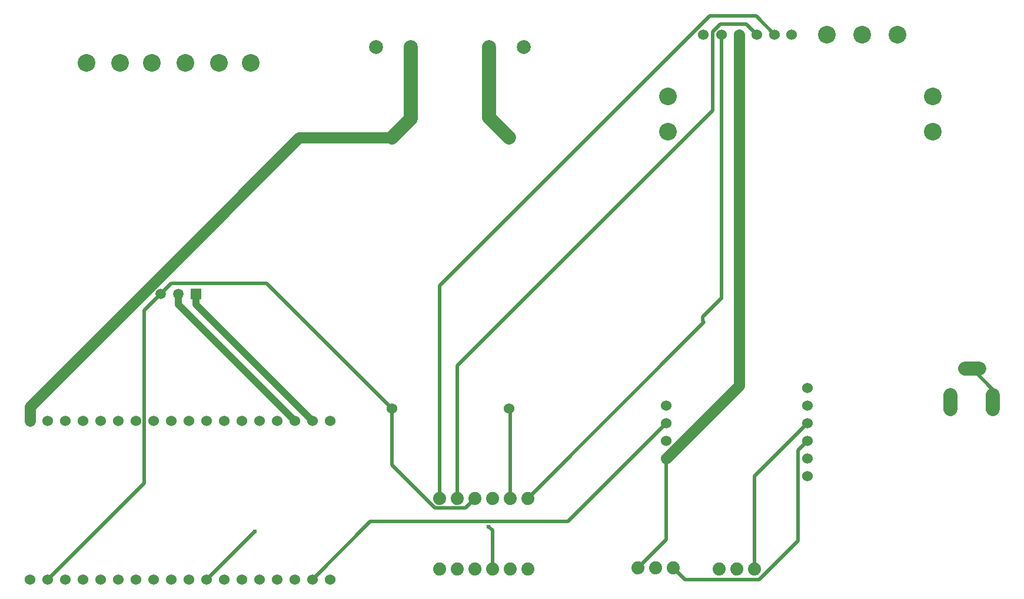
<source format=gbl>
G04 Layer: BottomLayer*
G04 EasyEDA v6.4.7, 2020-11-20T21:23:31--3:00*
G04 e52d193bf13c446e91f454a0656ad50a,09237c92188f4bc9b643e288e8680b3c,10*
G04 Gerber Generator version 0.2*
G04 Scale: 100 percent, Rotated: No, Reflected: No *
G04 Dimensions in millimeters *
G04 leading zeros omitted , absolute positions ,3 integer and 3 decimal *
%FSLAX33Y33*%
%MOMM*%
G90*
D02*

%ADD13C,0.499999*%
%ADD14C,1.999996*%
%ADD15C,1.599997*%
%ADD16C,0.610006*%
%ADD17C,1.498600*%
%ADD18C,2.540000*%
%ADD19R,1.498600X1.498600*%
%ADD20C,1.879600*%
%ADD21C,1.524000*%
%ADD22C,0.999998*%

%LPD*%
G54D15*
G01X99060Y26670D02*
G01X109555Y37165D01*
G01X109555Y87757D01*
G01X59563Y72898D02*
G01X46228Y72898D01*
G01X27406Y54076D01*
G01X23749Y50419D01*
G01X23749Y50419D02*
G01X7493Y34163D01*
G01X7493Y32131D01*
G54D13*
G01X59563Y33909D02*
G01X41529Y51943D01*
G01X27813Y51943D01*
G01X26289Y50419D01*
G01X112095Y87757D02*
G01X110571Y89281D01*
G01X106814Y89281D01*
G01X105704Y88171D01*
G01X105704Y76837D01*
G01X68961Y40093D01*
G01X68961Y20955D01*
G01X114635Y87757D02*
G01X111968Y90424D01*
G01X105272Y90424D01*
G01X66421Y51572D01*
G01X66421Y20955D01*
G54D22*
G01X45593Y32131D02*
G01X28829Y48895D01*
G01X28829Y50419D01*
G01X48133Y32131D02*
G01X31369Y48895D01*
G01X31369Y50419D01*
G54D14*
G01X76454Y72898D02*
G01X73568Y75783D01*
G01X73568Y85979D01*
G01X62321Y85979D02*
G01X62321Y75656D01*
G01X59563Y72898D01*
G54D13*
G01X76454Y33909D02*
G01X76581Y33782D01*
G01X76581Y20955D01*
G01X71501Y20955D02*
G01X70149Y19601D01*
G01X65735Y19601D01*
G01X59563Y25775D01*
G01X59563Y33909D01*
G01X48133Y9271D02*
G01X56481Y17619D01*
G01X84929Y17619D01*
G01X99060Y31750D01*
G01X10033Y9271D02*
G01X23909Y23144D01*
G01X23909Y48036D01*
G01X26289Y50419D01*
G01X79121Y20955D02*
G01X104482Y46314D01*
G01X104287Y46509D01*
G01X104287Y47058D01*
G01X106934Y49707D01*
G01X107015Y49707D01*
G01X107015Y87757D01*
G01X100076Y10922D02*
G01X101734Y9263D01*
G01X112417Y9263D01*
G01X118016Y14861D01*
G01X118016Y27843D01*
G01X119380Y29210D01*
G01X111760Y10795D02*
G01X111760Y24130D01*
G01X119380Y31750D01*
G01X143052Y39611D02*
G01X146052Y36611D01*
G01X146052Y34810D01*
G01X74041Y10795D02*
G01X74041Y16349D01*
G01X73489Y16901D01*
G01X94996Y10922D02*
G01X99060Y14986D01*
G01X99060Y26670D01*
G01X32893Y9271D02*
G01X39806Y16184D01*
G54D17*
G01X23749Y50419D03*
G54D18*
G01X29845Y83693D03*
G01X34671Y83693D03*
G01X39243Y83693D03*
G54D17*
G01X26289Y50419D03*
G54D19*
G01X31369Y50419D03*
G54D17*
G01X28829Y50419D03*
G54D18*
G01X15621Y83693D03*
G01X20447Y83693D03*
G01X25019Y83693D03*
G54D20*
G01X66421Y20955D03*
G01X68961Y20955D03*
G01X71501Y20955D03*
G01X74041Y20955D03*
G01X76581Y20955D03*
G01X79121Y20955D03*
G01X79121Y10795D03*
G01X76581Y10795D03*
G01X74041Y10795D03*
G01X71501Y10795D03*
G01X68961Y10795D03*
G01X66421Y10795D03*
G54D14*
G01X73568Y85979D03*
G01X78577Y85979D03*
G01X57312Y85979D03*
G01X62321Y85979D03*
G54D21*
G01X119380Y24130D03*
G01X119380Y26670D03*
G01X119380Y29210D03*
G01X119380Y31750D03*
G01X119380Y34290D03*
G01X119380Y36830D03*
G01X99060Y26670D03*
G01X99060Y29210D03*
G01X99060Y31750D03*
G01X99060Y34290D03*
G54D18*
G01X122174Y87757D03*
G01X127254Y87757D03*
G01X132334Y87757D03*
G54D21*
G01X114635Y87757D03*
G01X112095Y87757D03*
G01X109555Y87757D03*
G01X107015Y87757D03*
G54D18*
G01X137414Y78867D03*
G01X137414Y73787D03*
G01X99314Y78867D03*
G01X99314Y73787D03*
G54D21*
G01X104394Y87757D03*
G01X117094Y87757D03*
G01X27813Y32131D03*
G01X27813Y9271D03*
G01X7493Y9271D03*
G01X10033Y9271D03*
G01X12573Y9271D03*
G01X15113Y9271D03*
G01X17653Y9271D03*
G01X20193Y9271D03*
G01X22733Y9271D03*
G01X25273Y9271D03*
G01X30353Y9271D03*
G01X32893Y9271D03*
G01X35433Y9271D03*
G01X37973Y9271D03*
G01X40513Y9271D03*
G01X43053Y9271D03*
G01X45593Y9271D03*
G01X48133Y9271D03*
G01X50673Y9271D03*
G01X7493Y32131D03*
G01X10033Y32131D03*
G01X12573Y32131D03*
G01X15113Y32131D03*
G01X17653Y32131D03*
G01X20193Y32131D03*
G01X22733Y32131D03*
G01X25273Y32131D03*
G01X30353Y32131D03*
G01X32893Y32131D03*
G01X35433Y32131D03*
G01X37973Y32131D03*
G01X40513Y32131D03*
G01X43053Y32131D03*
G01X45593Y32131D03*
G01X48133Y32131D03*
G01X50673Y32131D03*
G01X76454Y72898D03*
G01X59563Y72898D03*
G01X76454Y33909D03*
G01X59563Y33909D03*
G54D20*
G01X94996Y10922D03*
G01X97536Y10922D03*
G01X100076Y10922D03*
G01X106680Y10795D03*
G01X109220Y10795D03*
G01X111760Y10795D03*
G54D16*
G01X73489Y16901D03*
G01X39806Y16184D03*
G54D14*
G01X139951Y35810D02*
G01X139951Y33810D01*
G01X146052Y35810D02*
G01X146052Y33810D01*
G01X144052Y39611D02*
G01X142052Y39611D01*
M00*
M02*

</source>
